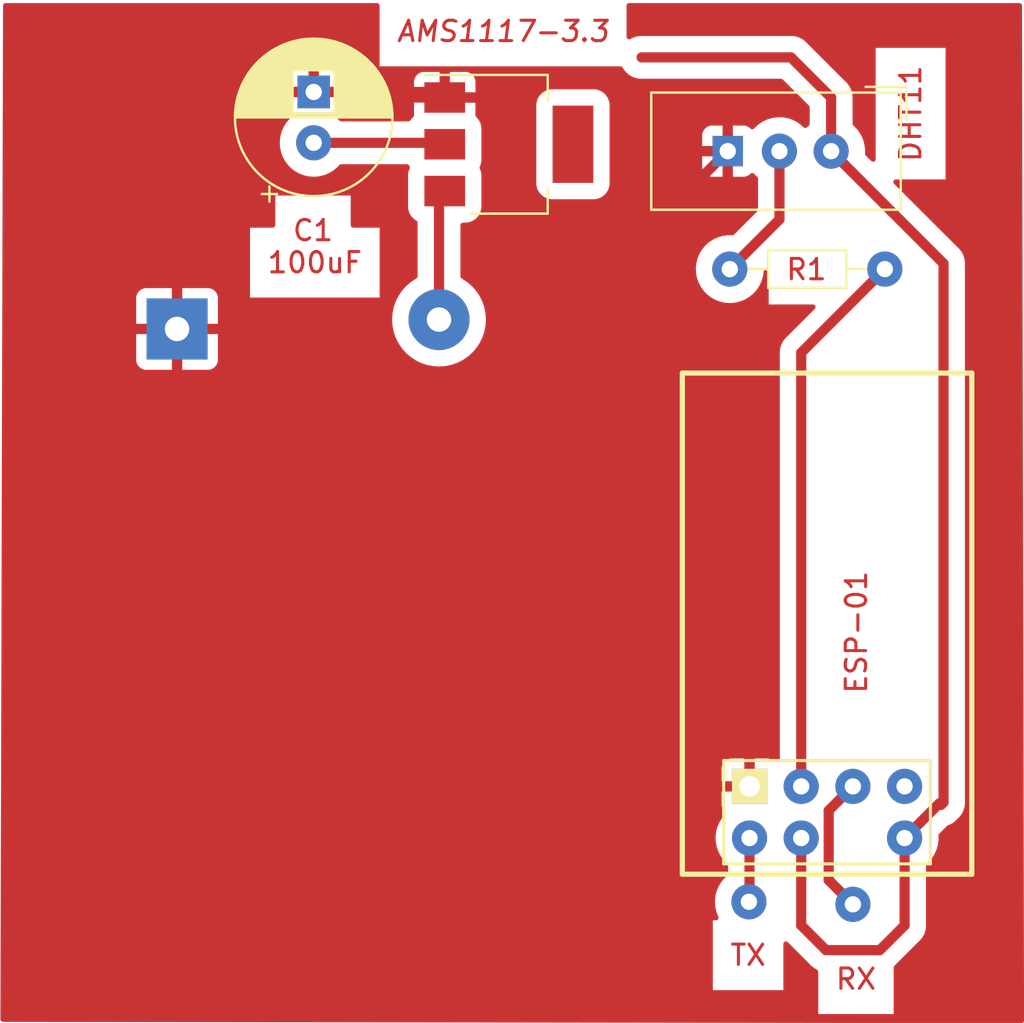
<source format=kicad_pcb>
(kicad_pcb (version 20211014) (generator pcbnew)
  (title_block (title "Medidor Temperatura y Humedad por MQTT") (date "2025-11-15"))
  (layers (0 "F.Cu" signal) (31 "B.Cu" signal) (34 "B.Paste" user) (35 "F.Paste" user) (36 "B.SilkS" user "B.Silkscreen") (37 "F.SilkS" user "F.Silkscreen") (38 "B.Mask" user) (39 "F.Mask" user) (44 "Edge.Cuts" user))
  (net 0 "")
  (net 1 "Net-(BT1-Pad1)")
  (net 2 "GND")
  (net 3 "+3V3")
  (net 4 "Net-(R1-Pad1)")
  (net 5 "Net-(U1-Pad4)")
  (net 6 "TX")
  (net 8 "RX")
  (footprint "Sensor:three_pin_DHT11_5.5x12.0_P2.54mm" (layer "F.Cu") (at 53.85 19.351 -90)
    (fp_text reference "DHT11" (at -1.8455 -2.8055 -90) (layer "F.Cu"))
    (fp_text value "DHT11" hide)
    (fp_line (start -2.87 -2.32) (end 2.87 -2.32) (layer "F.SilkS") (width 0.12))
    (fp_line (start 2.88 9.94) (end -2.88 9.94) (layer "F.SilkS") (width 0.12))
    (fp_line (start -3.16 -2.6) (end -1.55 -2.6) (layer "F.SilkS") (width 0.12))
    (fp_line (start -3.16 -2.6) (end -3.16 -0.6) (layer "F.SilkS") (width 0.12))
    (fp_line (start -2.88 9.94) (end -2.88 -2.31) (layer "F.SilkS") (width 0.12))
    (fp_line (start 2.88 -2.32) (end 2.88 9.94) (layer "F.SilkS") (width 0.12))
    (pad "1" thru_hole circle (at 0 1.1 270) (size 1.7272 1.7272) (drill 0.8) (layers *.Cu *.Mask) (net 3 "+3V3"))
    (pad "2" thru_hole circle (at 0 3.64 270) (size 1.7272 1.7272) (drill 0.8) (layers *.Cu *.Mask) (net 4 "Net-(R1-Pad1)"))
    (pad "3" thru_hole rect (at 0 6.18 270) (size 1.5 1.5) (drill 0.8) (layers *.Cu *.Mask) (net 2 "GND"))
  )
  (footprint "Package_TO_SOT_SMD:SOT-223-3_TabPin2" (layer "F.Cu") (at 36.913 19.0125)
    (fp_text reference "U2" hide)
    (fp_text value "AMS1117-3.3" (at -0.283 -5.5515) (layer "F.Cu") (effects (font (thickness 0.15) italic)))
    (fp_line (start -4.1 -3.41) (end 1.91 -3.41) (layer "F.SilkS") (width 0.12))
    (fp_line (start 1.91 -3.41) (end 1.91 -2.15) (layer "F.SilkS") (width 0.12))
    (fp_line (start -1.85 3.41) (end 1.91 3.41) (layer "F.SilkS") (width 0.12))
    (fp_line (start 1.91 3.41) (end 1.91 2.15) (layer "F.SilkS") (width 0.12))
    (pad "1" smd rect (at -3.15 -2.3) (size 2 1.5) (layers "F.Cu" "F.Paste" "F.Mask") (net 2 "GND"))
    (pad "2" smd rect (at -3.15 0) (size 2 1.5) (layers "F.Cu" "F.Paste" "F.Mask") (net 3 "+3V3"))
    (pad "2" smd rect (at 3.15 0) (size 2 3.8) (layers "F.Cu" "F.Paste" "F.Mask") (net 3 "+3V3"))
    (pad "3" smd rect (at -3.15 2.3) (size 2 1.5) (layers "F.Cu" "F.Paste" "F.Mask") (net 1 "Net-(BT1-Pad1)"))
  )
  (footprint "Resistor_THT:R_Axial_DIN0204_L3.6mm_D1.6mm_P7.62mm_Horizontal" (layer "F.Cu") (at 47.77 25.15)
    (fp_text reference "R1" (at 3.7645 0.0195) (layer "F.Cu"))
    (fp_text value "4.7kOhm" hide)
    (fp_line (start 1.89 0.92) (end 5.73 0.92) (layer "F.SilkS") (width 0.12))
    (fp_line (start 0.94 0) (end 1.89 0) (layer "F.SilkS") (width 0.12))
    (fp_line (start 1.89 -0.92) (end 1.89 0.92) (layer "F.SilkS") (width 0.12))
    (fp_line (start 5.73 0.92) (end 5.73 -0.92) (layer "F.SilkS") (width 0.12))
    (fp_line (start 6.68 0) (end 5.73 0) (layer "F.SilkS") (width 0.12))
    (fp_line (start 5.73 -0.92) (end 1.89 -0.92) (layer "F.SilkS") (width 0.12))
    (pad "1" thru_hole circle (at 0 0) (size 1.7272 1.7272) (drill 0.8) (layers *.Cu *.Mask) (net 4 "Net-(R1-Pad1)"))
    (pad "2" thru_hole circle (at 7.62 0) (size 1.7272 1.7272) (drill 0.8) (layers *.Cu *.Mask) (net 5 "Net-(U1-Pad4)"))
  )
  (footprint "Capacitor_THT:CP_Radial_D7.5mm_P2.50mm" (layer "F.Cu") (at 27.325 18.941 90)
    (fp_text reference "C1" (at -4.31 -0.035 180) (layer "F.Cu"))
    (fp_text value "100uF" (at -5.89 0.055 180) (layer "F.Cu"))
    (fp_line (start 2.051 1.04) (end 2.051 3.747) (layer "F.SilkS") (width 0.12))
    (fp_line (start 3.771 -2.898) (end 3.771 2.898) (layer "F.SilkS") (width 0.12))
    (fp_line (start 4.731 -1.654) (end 4.731 1.654) (layer "F.SilkS") (width 0.12))
    (fp_line (start 2.531 1.04) (end 2.531 3.613) (layer "F.SilkS") (width 0.12))
    (fp_line (start 1.57 -3.817) (end 1.57 -1.04) (layer "F.SilkS") (width 0.12))
    (fp_line (start 3.891 -2.79) (end 3.891 2.79) (layer "F.SilkS") (width 0.12))
    (fp_line (start 4.691 -1.733) (end 4.691 1.733) (layer "F.SilkS") (width 0.12))
    (fp_line (start 2.411 -3.653) (end 2.411 -1.04) (layer "F.SilkS") (width 0.12))
    (fp_line (start 1.69 -3.805) (end 1.69 -1.04) (layer "F.SilkS") (width 0.12))
    (fp_line (start 5.011 -0.877) (end 5.011 0.877) (layer "F.SilkS") (width 0.12))
    (fp_line (start 2.771 1.04) (end 2.771 3.52) (layer "F.SilkS") (width 0.12))
    (fp_line (start 3.011 1.04) (end 3.011 3.407) (layer "F.SilkS") (width 0.12))
    (fp_line (start 2.931 1.04) (end 2.931 3.447) (layer "F.SilkS") (width 0.12))
    (fp_line (start 4.891 -1.275) (end 4.891 1.275) (layer "F.SilkS") (width 0.12))
    (fp_line (start 2.891 1.04) (end 2.891 3.466) (layer "F.SilkS") (width 0.12))
    (fp_line (start 3.371 1.04) (end 3.371 3.198) (layer "F.SilkS") (width 0.12))
    (fp_line (start 4.131 -2.546) (end 4.131 2.546) (layer "F.SilkS") (width 0.12))
    (fp_line (start 2.091 -3.738) (end 2.091 -1.04) (layer "F.SilkS") (width 0.12))
    (fp_line (start 2.651 1.04) (end 2.651 3.568) (layer "F.SilkS") (width 0.12))
    (fp_line (start 2.131 1.04) (end 2.131 3.729) (layer "F.SilkS") (width 0.12))
    (fp_line (start 3.411 -3.172) (end 3.411 -1.04) (layer "F.SilkS") (width 0.12))
    (fp_line (start 3.931 -2.752) (end 3.931 2.752) (layer "F.SilkS") (width 0.12))
    (fp_line (start 3.611 -3.028) (end 3.611 3.028) (layer "F.SilkS") (width 0.12))
    (fp_line (start 3.171 -3.321) (end 3.171 -1.04) (layer "F.SilkS") (width 0.12))
    (fp_line (start 1.49 1.04) (end 1.49 3.823) (layer "F.SilkS") (width 0.12))
    (fp_line (start 4.771 -1.569) (end 4.771 1.569) (layer "F.SilkS") (width 0.12))
    (fp_line (start 1.49 -3.823) (end 1.49 -1.04) (layer "F.SilkS") (width 0.12))
    (fp_line (start 2.891 -3.466) (end 2.891 -1.04) (layer "F.SilkS") (width 0.12))
    (fp_line (start 1.77 1.04) (end 1.77 3.795) (layer "F.SilkS") (width 0.12))
    (fp_line (start 1.37 -3.829) (end 1.37 3.829) (layer "F.SilkS") (width 0.12))
    (fp_line (start 4.251 -2.405) (end 4.251 2.405) (layer "F.SilkS") (width 0.12))
    (fp_line (start 3.331 -3.224) (end 3.331 -1.04) (layer "F.SilkS") (width 0.12))
    (fp_line (start 2.051 -3.747) (end 2.051 -1.04) (layer "F.SilkS") (width 0.12))
    (fp_line (start 2.211 -3.71) (end 2.211 -1.04) (layer "F.SilkS") (width 0.12))
    (fp_line (start 3.851 -2.827) (end 3.851 2.827) (layer "F.SilkS") (width 0.12))
    (fp_line (start 3.051 1.04) (end 3.051 3.386) (layer "F.SilkS") (width 0.12))
    (fp_line (start 1.81 -3.79) (end 1.81 -1.04) (layer "F.SilkS") (width 0.12))
    (fp_line (start 1.65 1.04) (end 1.65 3.81) (layer "F.SilkS") (width 0.12))
    (fp_line (start 1.93 1.04) (end 1.93 3.77) (layer "F.SilkS") (width 0.12))
    (fp_line (start 4.051 -2.632) (end 4.051 2.632) (layer "F.SilkS") (width 0.12))
    (fp_line (start 3.731 -2.931) (end 3.731 2.931) (layer "F.SilkS") (width 0.12))
    (fp_line (start 2.411 1.04) (end 2.411 3.653) (layer "F.SilkS") (width 0.12))
    (fp_line (start 2.811 1.04) (end 2.811 3.502) (layer "F.SilkS") (width 0.12))
    (fp_line (start 5.051 -0.693) (end 5.051 0.693) (layer "F.SilkS") (width 0.12))
    (fp_line (start 4.811 -1.478) (end 4.811 1.478) (layer "F.SilkS") (width 0.12))
    (fp_line (start -2.517211 -2.55) (end -2.517211 -1.8) (layer "F.SilkS") (width 0.12))
    (fp_line (start 1.971 -3.763) (end 1.971 -1.04) (layer "F.SilkS") (width 0.12))
    (fp_line (start 1.65 -3.81) (end 1.65 -1.04) (layer "F.SilkS") (width 0.12))
    (fp_line (start 3.971 -2.713) (end 3.971 2.713) (layer "F.SilkS") (width 0.12))
    (fp_line (start 2.011 1.04) (end 2.011 3.755) (layer "F.SilkS") (width 0.12))
    (fp_line (start 2.571 1.04) (end 2.571 3.598) (layer "F.SilkS") (width 0.12))
    (fp_line (start 4.291 -2.355) (end 4.291 2.355) (layer "F.SilkS") (width 0.12))
    (fp_line (start 1.69 1.04) (end 1.69 3.805) (layer "F.SilkS") (width 0.12))
    (fp_line (start 3.451 -3.144) (end 3.451 -1.04) (layer "F.SilkS") (width 0.12))
    (fp_line (start 2.611 -3.584) (end 2.611 -1.04) (layer "F.SilkS") (width 0.12))
    (fp_line (start 2.171 1.04) (end 2.171 3.72) (layer "F.SilkS") (width 0.12))
    (fp_line (start 2.291 1.04) (end 2.291 3.688) (layer "F.SilkS") (width 0.12))
    (fp_line (start 3.251 1.04) (end 3.251 3.274) (layer "F.SilkS") (width 0.12))
    (fp_line (start 4.211 -2.454) (end 4.211 2.454) (layer "F.SilkS") (width 0.12))
    (fp_line (start 1.29 -3.83) (end 1.29 3.83) (layer "F.SilkS") (width 0.12))
    (fp_line (start 1.53 1.04) (end 1.53 3.82) (layer "F.SilkS") (width 0.12))
    (fp_line (start 2.971 1.04) (end 2.971 3.427) (layer "F.SilkS") (width 0.12))
    (fp_line (start 2.531 -3.613) (end 2.531 -1.04) (layer "F.SilkS") (width 0.12))
    (fp_line (start 3.451 1.04) (end 3.451 3.144) (layer "F.SilkS") (width 0.12))
    (fp_line (start 4.011 -2.673) (end 4.011 2.673) (layer "F.SilkS") (width 0.12))
    (fp_line (start 2.211 1.04) (end 2.211 3.71) (layer "F.SilkS") (width 0.12))
    (fp_line (start 2.731 -3.536) (end 2.731 -1.04) (layer "F.SilkS") (width 0.12))
    (fp_line (start 1.81 1.04) (end 1.81 3.79) (layer "F.SilkS") (width 0.12))
    (fp_line (start 3.211 -3.297) (end 3.211 -1.04) (layer "F.SilkS") (width 0.12))
    (fp_line (start 4.411 -2.195) (end 4.411 2.195) (layer "F.SilkS") (width 0.12))
    (fp_line (start 2.771 -3.52) (end 2.771 -1.04) (layer "F.SilkS") (width 0.12))
    (fp_line (start 4.571 -1.949) (end 4.571 1.949) (layer "F.SilkS") (width 0.12))
    (fp_line (start 3.011 -3.407) (end 3.011 -1.04) (layer "F.SilkS") (width 0.12))
    (fp_line (start 2.491 1.04) (end 2.491 3.626) (layer "F.SilkS") (width 0.12))
    (fp_line (start 2.731 1.04) (end 2.731 3.536) (layer "F.SilkS") (width 0.12))
    (fp_line (start 3.491 -3.116) (end 3.491 -1.04) (layer "F.SilkS") (width 0.12))
    (fp_line (start 3.691 -2.964) (end 3.691 2.964) (layer "F.SilkS") (width 0.12))
    (fp_line (start 2.931 -3.447) (end 2.931 -1.04) (layer "F.SilkS") (width 0.12))
    (fp_line (start 3.371 -3.198) (end 3.371 -1.04) (layer "F.SilkS") (width 0.12))
    (fp_line (start 4.971 -1.028) (end 4.971 1.028) (layer "F.SilkS") (width 0.12))
    (fp_line (start 2.691 1.04) (end 2.691 3.553) (layer "F.SilkS") (width 0.12))
    (fp_line (start 3.051 -3.386) (end 3.051 -1.04) (layer "F.SilkS") (width 0.12))
    (fp_line (start 1.53 -3.82) (end 1.53 -1.04) (layer "F.SilkS") (width 0.12))
    (fp_line (start 4.491 -2.077) (end 4.491 2.077) (layer "F.SilkS") (width 0.12))
    (fp_line (start 4.531 -2.014) (end 4.531 2.014) (layer "F.SilkS") (width 0.12))
    (fp_line (start 1.93 -3.77) (end 1.93 -1.04) (layer "F.SilkS") (width 0.12))
    (fp_line (start 2.451 -3.64) (end 2.451 -1.04) (layer "F.SilkS") (width 0.12))
    (fp_line (start 2.251 -3.699) (end 2.251 -1.04) (layer "F.SilkS") (width 0.12))
    (fp_line (start 2.371 1.04) (end 2.371 3.665) (layer "F.SilkS") (width 0.12))
    (fp_line (start 4.171 -2.5) (end 4.171 2.5) (layer "F.SilkS") (width 0.12))
    (fp_line (start 2.371 -3.665) (end 2.371 -1.04) (layer "F.SilkS") (width 0.12))
    (fp_line (start 2.811 -3.502) (end 2.811 -1.04) (layer "F.SilkS") (width 0.12))
    (fp_line (start 2.571 -3.598) (end 2.571 -1.04) (layer "F.SilkS") (width 0.12))
    (fp_line (start 3.331 1.04) (end 3.331 3.224) (layer "F.SilkS") (width 0.12))
    (fp_line (start 2.331 -3.677) (end 2.331 -1.04) (layer "F.SilkS") (width 0.12))
    (fp_line (start 1.25 -3.83) (end 1.25 3.83) (layer "F.SilkS") (width 0.12))
    (fp_line (start 2.291 -3.688) (end 2.291 -1.04) (layer "F.SilkS") (width 0.12))
    (fp_line (start 1.61 -3.814) (end 1.61 -1.04) (layer "F.SilkS") (width 0.12))
    (fp_line (start 2.131 -3.729) (end 2.131 -1.04) (layer "F.SilkS") (width 0.12))
    (fp_line (start 2.851 -3.484) (end 2.851 -1.04) (layer "F.SilkS") (width 0.12))
    (fp_line (start 1.89 1.04) (end 1.89 3.777) (layer "F.SilkS") (width 0.12))
    (fp_line (start 3.571 -3.058) (end 3.571 3.058) (layer "F.SilkS") (width 0.12))
    (fp_line (start 4.611 -1.881) (end 4.611 1.881) (layer "F.SilkS") (width 0.12))
    (fp_line (start 4.851 -1.381) (end 4.851 1.381) (layer "F.SilkS") (width 0.12))
    (fp_line (start 1.77 -3.795) (end 1.77 -1.04) (layer "F.SilkS") (width 0.12))
    (fp_line (start 4.091 -2.589) (end 4.091 2.589) (layer "F.SilkS") (width 0.12))
    (fp_line (start 3.651 -2.996) (end 3.651 2.996) (layer "F.SilkS") (width 0.12))
    (fp_line (start 2.971 -3.427) (end 2.971 -1.04) (layer "F.SilkS") (width 0.12))
    (fp_line (start 2.251 1.04) (end 2.251 3.699) (layer "F.SilkS") (width 0.12))
    (fp_line (start 2.691 -3.553) (end 2.691 -1.04) (layer "F.SilkS") (width 0.12))
    (fp_line (start 3.531 -3.088) (end 3.531 -1.04) (layer "F.SilkS") (width 0.12))
    (fp_line (start 4.931 -1.158) (end 4.931 1.158) (layer "F.SilkS") (width 0.12))
    (fp_line (start 3.251 -3.274) (end 3.251 -1.04) (layer "F.SilkS") (width 0.12))
    (fp_line (start 3.131 -3.343) (end 3.131 -1.04) (layer "F.SilkS") (width 0.12))
    (fp_line (start 4.331 -2.304) (end 4.331 2.304) (layer "F.SilkS") (width 0.12))
    (fp_line (start 5.091 -0.441) (end 5.091 0.441) (layer "F.SilkS") (width 0.12))
    (fp_line (start 4.371 -2.25) (end 4.371 2.25) (layer "F.SilkS") (width 0.12))
    (fp_line (start 2.451 1.04) (end 2.451 3.64) (layer "F.SilkS") (width 0.12))
    (fp_line (start 3.291 -3.249) (end 3.291 -1.04) (layer "F.SilkS") (width 0.12))
    (fp_line (start 3.131 1.04) (end 3.131 3.343) (layer "F.SilkS") (width 0.12))
    (fp_line (start 2.651 -3.568) (end 2.651 -1.04) (layer "F.SilkS") (width 0.12))
    (fp_line (start 3.411 1.04) (end 3.411 3.172) (layer "F.SilkS") (width 0.12))
    (fp_line (start 2.611 1.04) (end 2.611 3.584) (layer "F.SilkS") (width 0.12))
    (fp_line (start 2.331 1.04) (end 2.331 3.677) (layer "F.SilkS") (width 0.12))
    (fp_line (start 2.851 1.04) (end 2.851 3.484) (layer "F.SilkS") (width 0.12))
    (fp_line (start 4.651 -1.809) (end 4.651 1.809) (layer "F.SilkS") (width 0.12))
    (fp_line (start 1.73 -3.801) (end 1.73 -1.04) (layer "F.SilkS") (width 0.12))
    (fp_line (start 3.811 -2.863) (end 3.811 2.863) (layer "F.SilkS") (width 0.12))
    (fp_line (start 1.89 -3.777) (end 1.89 -1.04) (layer "F.SilkS") (width 0.12))
    (fp_line (start 1.61 1.04) (end 1.61 3.814) (layer "F.SilkS") (width 0.12))
    (fp_line (start 3.171 1.04) (end 3.171 3.321) (layer "F.SilkS") (width 0.12))
    (fp_line (start 1.971 1.04) (end 1.971 3.763) (layer "F.SilkS") (width 0.12))
    (fp_line (start 3.091 -3.365) (end 3.091 -1.04) (layer "F.SilkS") (width 0.12))
    (fp_line (start 1.73 1.04) (end 1.73 3.801) (layer "F.SilkS") (width 0.12))
    (fp_line (start 1.57 1.04) (end 1.57 3.817) (layer "F.SilkS") (width 0.12))
    (fp_line (start 1.85 -3.784) (end 1.85 -1.04) (layer "F.SilkS") (width 0.12))
    (fp_line (start 3.091 1.04) (end 3.091 3.365) (layer "F.SilkS") (width 0.12))
    (fp_line (start 2.491 -3.626) (end 2.491 -1.04) (layer "F.SilkS") (width 0.12))
    (fp_line (start 2.011 -3.755) (end 2.011 -1.04) (layer "F.SilkS") (width 0.12))
    (fp_line (start 1.45 -3.825) (end 1.45 3.825) (layer "F.SilkS") (width 0.12))
    (fp_line (start 4.451 -2.137) (end 4.451 2.137) (layer "F.SilkS") (width 0.12))
    (fp_line (start 1.85 1.04) (end 1.85 3.784) (layer "F.SilkS") (width 0.12))
    (fp_line (start 3.531 1.04) (end 3.531 3.088) (layer "F.SilkS") (width 0.12))
    (fp_line (start 2.171 -3.72) (end 2.171 -1.04) (layer "F.SilkS") (width 0.12))
    (fp_line (start 1.41 -3.827) (end 1.41 3.827) (layer "F.SilkS") (width 0.12))
    (fp_line (start 3.211 1.04) (end 3.211 3.297) (layer "F.SilkS") (width 0.12))
    (fp_line (start 3.291 1.04) (end 3.291 3.249) (layer "F.SilkS") (width 0.12))
    (fp_line (start 1.33 -3.83) (end 1.33 3.83) (layer "F.SilkS") (width 0.12))
    (fp_line (start 3.491 1.04) (end 3.491 3.116) (layer "F.SilkS") (width 0.12))
    (fp_line (start 2.091 1.04) (end 2.091 3.738) (layer "F.SilkS") (width 0.12))
    (fp_line (start -2.892211 -2.175) (end -2.142211 -2.175) (layer "F.SilkS") (width 0.12))
    (fp_circle (center 1.25 0) (end 5.12 0) (layer "F.SilkS") (width 0.12) (fill none))
    (pad "1" thru_hole circle (at 0 0 90) (size 1.7272 1.7272) (drill 0.8) (layers *.Cu *.Mask) (net 3 "+3V3"))
    (pad "2" thru_hole rect (at 2.5 0 90) (size 1.6 1.6) (drill 0.8) (layers *.Cu *.Mask) (net 2 "GND"))
  )
  (footprint "" (layer "F.Cu") (at 48.71 56.254)
    (fp_text reference "" (at 0 0) (layer "F.SilkS") (effects (font (size 1.27 1.27))))
    (fp_text value "" (at 0 0) (layer "F.SilkS") (effects (font (size 1.27 1.27))))
    (pad "1" thru_hole circle locked (at 0 0) (size 1.7272 1.7272) (drill 0.8) (layers *.Cu *.Mask) (net 6 "TX"))
  )
  (footprint "" (layer "F.Cu") (at 20.61 28.0915)
    (fp_text reference "" (at 0 0) (layer "F.SilkS") (effects (font (size 1.27 1.27))))
    (fp_text value "" (at 0 0) (layer "F.SilkS") (effects (font (size 1.27 1.27))))
    (pad "2" thru_hole rect (at 0 0 270) (size 3 3) (drill 1.2) (layers F&B.Cu *.Mask) (net 2 "GND"))
  )
  (footprint "" (layer "F.Cu") (at 53.82 56.379)
    (fp_text reference "" (at 0 0) (layer "F.SilkS") (effects (font (size 1.27 1.27))))
    (fp_text value "" (at 0 0) (layer "F.SilkS") (effects (font (size 1.27 1.27))))
    (pad "6" thru_hole circle locked (at 0 0) (size 1.7272 1.7272) (drill 0.8) (layers *.Cu *.Mask) (net 8 "RX"))
  )
  (footprint "" (layer "F.Cu") (at 33.4825 27.6315)
    (fp_text reference "" (at 0 0) (layer "F.SilkS") (effects (font (size 1.27 1.27))))
    (fp_text value "" (at 0 0) (layer "F.SilkS") (effects (font (size 1.27 1.27))))
    (pad "1" thru_hole circle (at 0 0 270) (size 3 3) (drill 1.2) (layers F&B.Cu *.Mask) (net 1 "Net-(BT1-Pad1)"))
  )
  (footprint "ESP8266:ESP-01" (layer "F.Cu") (at 48.74 53.12 90)
    (fp_text reference "U1" hide)
    (fp_text value "ESP-01" (at 10.12 5.25 270) (layer "F.Cu"))
    (fp_line (start 1.27 -1.27) (end -1.27 -1.27) (layer "F.SilkS") (width 0.1524))
    (fp_line (start -1.27 1.27) (end -1.27 8.89) (layer "F.SilkS") (width 0.1524))
    (fp_line (start 22.86 -3.302) (end 22.86 10.922) (layer "F.SilkS") (width 0.254))
    (fp_line (start 3.81 8.89) (end 3.81 -1.27) (layer "F.SilkS") (width 0.1524))
    (fp_line (start -1.778 -3.302) (end 22.86 -3.302) (layer "F.SilkS") (width 0.254))
    (fp_line (start -1.27 8.89) (end 3.81 8.89) (layer "F.SilkS") (width 0.1524))
    (fp_line (start 22.86 10.922) (end -1.778 10.922) (layer "F.SilkS") (width 0.254))
    (fp_line (start -1.27 -1.27) (end -1.27 1.27) (layer "F.SilkS") (width 0.1524))
    (fp_line (start 3.81 -1.27) (end 1.27 -1.27) (layer "F.SilkS") (width 0.1524))
    (fp_line (start -1.778 10.922) (end -1.778 -3.302) (layer "F.SilkS") (width 0.254))
    (pad "1" thru_hole circle locked (at 0 0 90) (size 1.7272 1.7272) (drill 0.8) (layers *.Cu *.Mask) (net 6 "TX"))
    (pad "2" thru_hole rect locked (at 2.54 0 90) (size 1.7272 1.7272) (drill 1.016) (layers *.Cu *.Mask "F.SilkS") (net 2 "GND"))
    (pad "3" thru_hole circle locked (at 0 2.54 90) (size 1.7272 1.7272) (drill 0.8) (layers *.Cu *.Mask) (net 3 "+3V3"))
    (pad "4" thru_hole circle locked (at 2.54 2.54 90) (size 1.7272 1.7272) (drill 0.8) (layers *.Cu *.Mask) (net 5 "Net-(U1-Pad4)"))
    (pad "5" thru_hole oval locked (at 0 5.08 90) (size 0.5 0) (drill 0.8) (layers *.Cu *.Mask "F.SilkS"))
    (pad "6" thru_hole circle locked (at 2.54 5.08 90) (size 1.7272 1.7272) (drill 0.8) (layers *.Cu *.Mask) (net 8 "RX"))
    (pad "7" thru_hole circle locked (at 0 7.62 90) (size 1.7272 1.7272) (drill 0.8) (layers *.Cu *.Mask) (net 3 "+3V3"))
    (pad "8" thru_hole circle locked (at 2.54 7.62 90) (size 1.7272 1.7272) (drill 0.8) (layers *.Cu *.Mask))
  )
  (gr_text "TX" (at 48.67 58.879) (layer "F.Cu") (effects (font (size 1 1))))
  (gr_text "RX\n" (at 53.97 60.054) (layer "F.Cu") (effects (font (size 1 1))))
  (segment (start 33.4825 21.593) (end 33.763 21.3125) (width 0.5) (layer "F.Cu") (net 1))
  (segment (start 33.4825 27.1405) (end 33.4825 21.593) (width 0.5) (layer "F.Cu") (net 1))
  (segment (start 33.763 16.7125) (end 35.8215 16.7125) (width 0.5) (layer "F.Cu") (net 2))
  (segment (start 22.35 16.366) (end 22.425 16.441) (width 0.5) (layer "F.Cu") (net 2))
  (segment (start 43.655 23.366) (end 43.655 27.445) (width 0.5) (layer "F.Cu") (net 2))
  (segment (start 20.61 27.1405) (end 20.61 18.0335) (width 0.5) (layer "F.Cu") (net 2))
  (segment (start 33.4915 16.441) (end 33.763 16.7125) (width 0.5) (layer "F.Cu") (net 2))
  (segment (start 43.655 27.445) (end 48.74 32.53) (width 0.5) (layer "F.Cu") (net 2))
  (segment (start 20.6825 18.0335) (end 22.35 16.366) (width 0.5) (layer "F.Cu") (net 2))
  (segment (start 37.05 21.521) (end 38.895 23.366) (width 0.5) (layer "F.Cu") (net 2))
  (segment (start 37.05 17.941) (end 37.05 21.521) (width 0.5) (layer "F.Cu") (net 2))
  (segment (start 43.655 23.366) (end 47.67 19.351) (width 0.5) (layer "F.Cu") (net 2))
  (segment (start 35.8215 16.7125) (end 37.05 17.941) (width 0.5) (layer "F.Cu") (net 2))
  (segment (start 20.6825 18.6605) (end 20.697 18.646) (width 0.5) (layer "F.Cu") (net 2))
  (segment (start 38.895 23.366) (end 43.655 23.366) (width 0.5) (layer "F.Cu") (net 2))
  (segment (start 48.74 32.53) (end 48.74 50.58) (width 0.5) (layer "F.Cu") (net 2))
  (segment (start 22.425 16.441) (end 27.325 16.441) (width 0.5) (layer "F.Cu") (net 2))
  (segment (start 27.325 16.441) (end 33.4915 16.441) (width 0.5) (layer "F.Cu") (net 2))
  (segment (start 52.75 16.715) (end 52.75 19.351) (width 0.5) (layer "F.Cu") (net 3))
  (segment (start 51.28 57.414) (end 51.28 53.12) (width 0.5) (layer "F.Cu") (net 3))
  (segment (start 58.2736 51.37264) (end 58.15312 51.49312) (width 0.5) (layer "F.Cu") (net 3))
  (segment (start 52.75 19.351) (end 58.2736 24.8746) (width 0.5) (layer "F.Cu") (net 3))
  (segment (start 33.3965 18.646) (end 33.763 19.0125) (width 0.5) (layer "F.Cu") (net 3))
  (segment (start 56.36 53.12) (end 56.36 57.414) (width 0.5) (layer "F.Cu") (net 3))
  (segment (start 33.6915 18.941) (end 33.763 19.0125) (width 0.5) (layer "F.Cu") (net 3))
  (segment (start 52.495 58.629) (end 51.28 57.414) (width 0.5) (layer "F.Cu") (net 3))
  (segment (start 56.36 57.414) (end 55.145 58.629) (width 0.5) (layer "F.Cu") (net 3))
  (segment (start 43.435 14.7405) (end 50.7755 14.7405) (width 0.5) (layer "F.Cu") (net 3))
  (segment (start 55.145 58.629) (end 52.495 58.629) (width 0.5) (layer "F.Cu") (net 3))
  (segment (start 50.7755 14.7405) (end 52.75 16.715) (width 0.5) (layer "F.Cu") (net 3))
  (segment (start 27.325 18.941) (end 33.6915 18.941) (width 0.5) (layer "F.Cu") (net 3))
  (segment (start 58.07 51.41) (end 56.36 53.12) (width 0.5) (layer "F.Cu") (net 3))
  (segment (start 58.2736 24.8746) (end 58.2736 51.37264) (width 0.5) (layer "F.Cu") (net 3))
  (segment (start 50.21 22.71) (end 47.77 25.15) (width 0.5) (layer "F.Cu") (net 4))
  (segment (start 50.21 19.351) (end 50.21 22.71) (width 0.5) (layer "F.Cu") (net 4))
  (segment (start 55.39 25.15) (end 51.28 29.26) (width 0.5) (layer "F.Cu") (net 5))
  (segment (start 51.28 29.26) (end 51.28 50.58) (width 0.5) (layer "F.Cu") (net 5))
  (segment (start 51.445 50.415) (end 51.28 50.58) (width 0.5) (layer "F.Cu") (net 5))
  (segment (start 48.74 53.12) (end 48.74 56.224) (width 0.5) (layer "F.Cu") (net 6))
  (segment (start 48.74 56.224) (end 48.71 56.254) (width 0.5) (layer "F.Cu") (net 6))
  (segment (start 52.6314 51.7686) (end 52.6314 55.1904) (width 0.5) (layer "F.Cu") (net 8))
  (segment (start 52.6314 55.1904) (end 53.82 56.379) (width 0.5) (layer "F.Cu") (net 8))
  (segment (start 53.82 50.58) (end 52.6314 51.7686) (width 0.5) (layer "F.Cu") (net 8))
  (zone (net 2) (net_name "GND") (layer "F.Cu") (connect_pads (clearance 0.8)) (min_thickness 0.254) (fill yes (thermal_gap 0.508) (thermal_bridge_width 0.508) (smoothing chamfer))
    (polygon (pts (xy 62.23 62.22) (xy 11.93 62.16) (xy 12.06 12.07) (xy 62.13 12.07)))
  )
)
</source>
